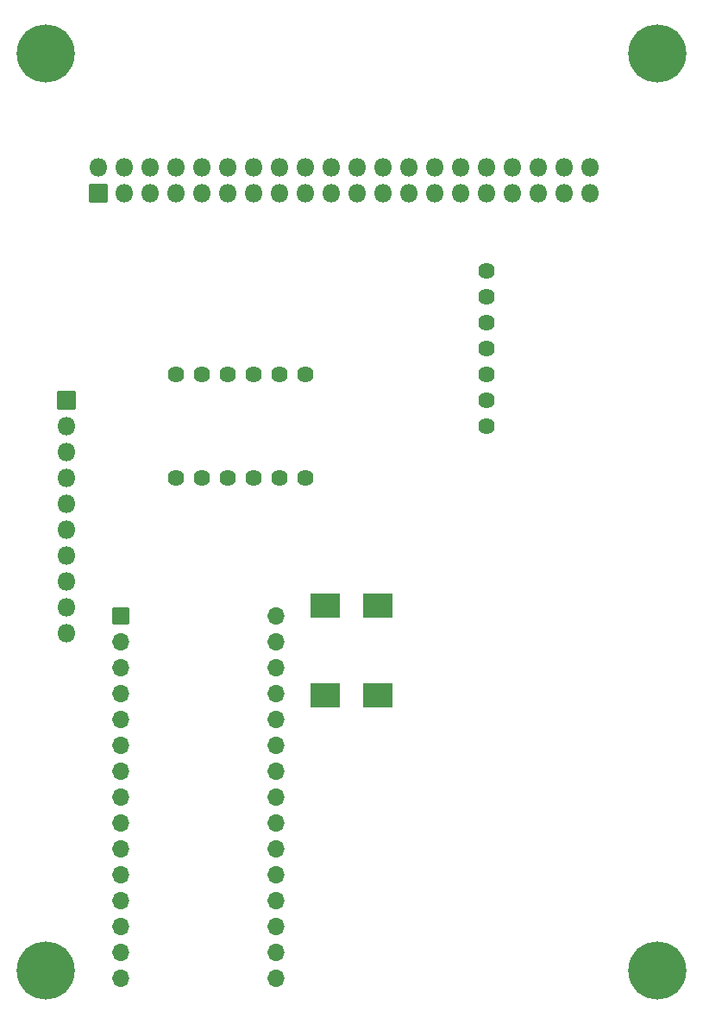
<source format=gbr>
%TF.GenerationSoftware,KiCad,Pcbnew,7.0.1*%
%TF.CreationDate,2023-03-30T15:27:08-04:00*%
%TF.ProjectId,BREAD_Slice,42524541-445f-4536-9c69-63652e6b6963,rev?*%
%TF.SameCoordinates,PX74eba40PY8552dc0*%
%TF.FileFunction,Soldermask,Bot*%
%TF.FilePolarity,Negative*%
%FSLAX46Y46*%
G04 Gerber Fmt 4.6, Leading zero omitted, Abs format (unit mm)*
G04 Created by KiCad (PCBNEW 7.0.1) date 2023-03-30 15:27:08*
%MOMM*%
%LPD*%
G01*
G04 APERTURE LIST*
G04 Aperture macros list*
%AMRoundRect*
0 Rectangle with rounded corners*
0 $1 Rounding radius*
0 $2 $3 $4 $5 $6 $7 $8 $9 X,Y pos of 4 corners*
0 Add a 4 corners polygon primitive as box body*
4,1,4,$2,$3,$4,$5,$6,$7,$8,$9,$2,$3,0*
0 Add four circle primitives for the rounded corners*
1,1,$1+$1,$2,$3*
1,1,$1+$1,$4,$5*
1,1,$1+$1,$6,$7*
1,1,$1+$1,$8,$9*
0 Add four rect primitives between the rounded corners*
20,1,$1+$1,$2,$3,$4,$5,0*
20,1,$1+$1,$4,$5,$6,$7,0*
20,1,$1+$1,$6,$7,$8,$9,0*
20,1,$1+$1,$8,$9,$2,$3,0*%
G04 Aperture macros list end*
%ADD10C,5.700000*%
%ADD11RoundRect,0.050000X-0.800000X-0.800000X0.800000X-0.800000X0.800000X0.800000X-0.800000X0.800000X0*%
%ADD12O,1.700000X1.700000*%
%ADD13RoundRect,0.050000X-0.850000X-0.850000X0.850000X-0.850000X0.850000X0.850000X-0.850000X0.850000X0*%
%ADD14O,1.800000X1.800000*%
%ADD15C,1.624000*%
%ADD16RoundRect,0.050000X0.850000X-0.850000X0.850000X0.850000X-0.850000X0.850000X-0.850000X-0.850000X0*%
%ADD17RoundRect,0.050000X-1.385000X-1.175000X1.385000X-1.175000X1.385000X1.175000X-1.385000X1.175000X0*%
G04 APERTURE END LIST*
D10*
%TO.C,H1*%
X5000000Y95000000D03*
%TD*%
%TO.C,H2*%
X65000000Y95000000D03*
%TD*%
%TO.C,H3*%
X5000000Y5000000D03*
%TD*%
%TO.C,H4*%
X65000000Y5000000D03*
%TD*%
D11*
%TO.C,A1*%
X12400000Y39800000D03*
D12*
X12400000Y37260000D03*
X12400000Y34720000D03*
X12400000Y32180000D03*
X12400000Y29640000D03*
X12400000Y27100000D03*
X12400000Y24560000D03*
X12400000Y22020000D03*
X12400000Y19480000D03*
X12400000Y16940000D03*
X12400000Y14400000D03*
X12400000Y11860000D03*
X12400000Y9320000D03*
X12400000Y6780000D03*
X12400000Y4240000D03*
X27640000Y4240000D03*
X27640000Y6780000D03*
X27640000Y9320000D03*
X27640000Y11860000D03*
X27640000Y14400000D03*
X27640000Y16940000D03*
X27640000Y19480000D03*
X27640000Y22020000D03*
X27640000Y24560000D03*
X27640000Y27100000D03*
X27640000Y29640000D03*
X27640000Y32180000D03*
X27640000Y34720000D03*
X27640000Y37260000D03*
X27640000Y39800000D03*
%TD*%
D13*
%TO.C,J1*%
X7000000Y61000000D03*
D14*
X7000000Y58460000D03*
X7000000Y55920000D03*
X7000000Y53380000D03*
X7000000Y50840000D03*
X7000000Y48300000D03*
X7000000Y45760000D03*
X7000000Y43220000D03*
X7000000Y40680000D03*
X7000000Y38140000D03*
%TD*%
D15*
%TO.C,U1*%
X30480000Y63500000D03*
X27940000Y63500000D03*
X25400000Y63500000D03*
X22860000Y63500000D03*
X20320000Y63500000D03*
X17780000Y63500000D03*
X30480000Y53340000D03*
X27940000Y53340000D03*
X25400000Y53340000D03*
X22860000Y53340000D03*
X20320000Y53340000D03*
X17780000Y53340000D03*
%TD*%
%TO.C,U2*%
X48260000Y73660000D03*
X48260000Y71120000D03*
X48260000Y68580000D03*
X48260000Y66040000D03*
X48260000Y63500000D03*
X48260000Y60960000D03*
X48260000Y58420000D03*
%TD*%
D16*
%TO.C,J2*%
X10160000Y81280000D03*
D14*
X10160000Y83820000D03*
X12700000Y81280000D03*
X12700000Y83820000D03*
X15240000Y81280000D03*
X15240000Y83820000D03*
X17780000Y81280000D03*
X17780000Y83820000D03*
X20320000Y81280000D03*
X20320000Y83820000D03*
X22860000Y81280000D03*
X22860000Y83820000D03*
X25400000Y81280000D03*
X25400000Y83820000D03*
X27940000Y81280000D03*
X27940000Y83820000D03*
X30480000Y81280000D03*
X30480000Y83820000D03*
X33020000Y81280000D03*
X33020000Y83820000D03*
X35560000Y81280000D03*
X35560000Y83820000D03*
X38100000Y81280000D03*
X38100000Y83820000D03*
X40640000Y81280000D03*
X40640000Y83820000D03*
X43180000Y81280000D03*
X43180000Y83820000D03*
X45720000Y81280000D03*
X45720000Y83820000D03*
X48260000Y81280000D03*
X48260000Y83820000D03*
X50800000Y81280000D03*
X50800000Y83820000D03*
X53340000Y81280000D03*
X53340000Y83820000D03*
X55880000Y81280000D03*
X55880000Y83820000D03*
X58420000Y81280000D03*
X58420000Y83820000D03*
%TD*%
D17*
%TO.C,C2*%
X32430000Y32000000D03*
X37570000Y32000000D03*
%TD*%
%TO.C,C1*%
X32430000Y40800000D03*
X37570000Y40800000D03*
%TD*%
M02*

</source>
